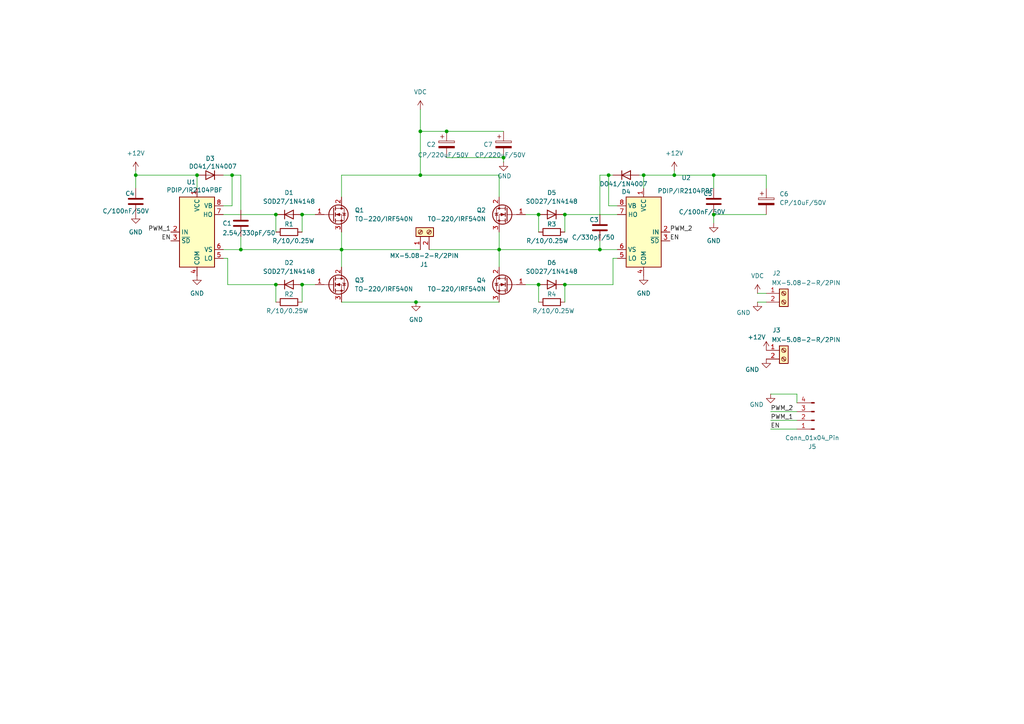
<source format=kicad_sch>
(kicad_sch (version 20231120) (generator "eeschema") (generator_version "8.0")
  (paper "A4")
  (lib_symbols
    (symbol "Connector:Conn_01x04_Pin" (pin_names (offset 1.016) hide)
      (property "Reference" "J" (at 0 5.08 0))
      (property "Value" "Conn_01x04_Pin" (at 0 -7.62 0))
      (symbol "Conn_01x04_Pin_1_1"
        (polyline (pts (xy 1.27 -5.08) (xy 0.8636 -5.08)) (stroke (width 0.1524)))
        (polyline (pts (xy 1.27 -2.54) (xy 0.8636 -2.54)) (stroke (width 0.1524)))
        (polyline (pts (xy 1.27 0) (xy 0.8636 0)) (stroke (width 0.1524)))
        (polyline (pts (xy 1.27 2.54) (xy 0.8636 2.54)) (stroke (width 0.1524)))
        (rectangle (start 0.8636 -4.953) (end 0 -5.207) (stroke (width 0.1524)) (fill (type outline)))
        (rectangle (start 0.8636 -2.413) (end 0 -2.667) (stroke (width 0.1524)) (fill (type outline)))
        (rectangle (start 0.8636 0.127) (end 0 -0.127) (stroke (width 0.1524)) (fill (type outline)))
        (rectangle (start 0.8636 2.667) (end 0 2.413) (stroke (width 0.1524)) (fill (type outline)))
        (pin passive line (at 5.08 2.54 180) (length 3.81) (name "Pin_1") (number "1"))
        (pin passive line (at 5.08 0 180) (length 3.81) (name "Pin_2") (number "2"))
        (pin passive line (at 5.08 -2.54 180) (length 3.81) (name "Pin_3") (number "3"))
        (pin passive line (at 5.08 -5.08 180) (length 3.81) (name "Pin_4") (number "4"))
      )
    )
    (symbol "Connector:Screw_Terminal_01x02" (pin_names (offset 1.016) hide)
      (property "Reference" "J" (at 0 2.54 0))
      (property "Value" "Screw_Terminal_01x02" (at 0 -5.08 0))
      (symbol "Screw_Terminal_01x02_1_1"
        (rectangle (start -1.27 1.27) (end 1.27 -3.81) (stroke (width 0.254)) (fill (type background)))
        (circle (center 0 -2.54) (radius 0.635) (stroke (width 0.1524)))
        (polyline (pts (xy -0.5334 -2.2098) (xy 0.3302 -3.048)) (stroke (width 0.1524)))
        (polyline (pts (xy -0.5334 0.3302) (xy 0.3302 -0.508)) (stroke (width 0.1524)))
        (polyline (pts (xy -0.3556 -2.032) (xy 0.508 -2.8702)) (stroke (width 0.1524)))
        (polyline (pts (xy -0.3556 0.508) (xy 0.508 -0.3302)) (stroke (width 0.1524)))
        (circle (center 0 0) (radius 0.635) (stroke (width 0.1524)))
        (pin passive line (at -5.08 0 0) (length 3.81) (name "Pin_1") (number "1"))
        (pin passive line (at -5.08 -2.54 0) (length 3.81) (name "Pin_2") (number "2"))
      )
    )
    (symbol "Device:C" (pin_numbers hide) (pin_names (offset 0.254))
      (property "Reference" "C" (at 0.635 2.54 0))
      (property "Value" "C" (at 0.635 -2.54 0))
      (symbol "C_0_1"
        (polyline (pts (xy -2.032 -0.762) (xy 2.032 -0.762)) (stroke (width 0.508)))
        (polyline (pts (xy -2.032 0.762) (xy 2.032 0.762)) (stroke (width 0.508)))
      )
      (symbol "C_1_1"
        (pin passive line (at 0 3.81 270) (length 2.794) (name "~") (number "1"))
        (pin passive line (at 0 -3.81 90) (length 2.794) (name "~") (number "2"))
      )
    )
    (symbol "Device:C_Polarized" (pin_numbers hide) (pin_names (offset 0.254))
      (property "Reference" "C" (at 0.635 2.54 0))
      (property "Value" "C_Polarized" (at 0.635 -2.54 0))
      (symbol "C_Polarized_0_1"
        (rectangle (start -2.286 0.508) (end 2.286 1.016))
        (polyline (pts (xy -1.778 2.286) (xy -0.762 2.286)))
        (polyline (pts (xy -1.27 2.794) (xy -1.27 1.778)))
        (rectangle (start 2.286 -0.508) (end -2.286 -1.016) (fill (type outline)))
      )
      (symbol "C_Polarized_1_1"
        (pin passive line (at 0 3.81 270) (length 2.794) (name "~") (number "1"))
        (pin passive line (at 0 -3.81 90) (length 2.794) (name "~") (number "2"))
      )
    )
    (symbol "Device:R" (pin_numbers hide) (pin_names (offset 0))
      (property "Reference" "R" (at 2.032 0 90))
      (property "Value" "R" (at 0 0 90))
      (symbol "R_0_1"
        (rectangle (start -1.016 -2.54) (end 1.016 2.54) (stroke (width 0.254)))
      )
      (symbol "R_1_1"
        (pin passive line (at 0 3.81 270) (length 1.27) (name "~") (number "1"))
        (pin passive line (at 0 -3.81 90) (length 1.27) (name "~") (number "2"))
      )
    )
    (symbol "Diode:1N4148" (pin_numbers hide) (pin_names hide)
      (property "Reference" "D" (at 0 2.54 0))
      (property "Value" "1N4148" (at 0 -2.54 0))
      (symbol "1N4148_0_1"
        (polyline (pts (xy -1.27 1.27) (xy -1.27 -1.27)) (stroke (width 0.254)))
        (polyline (pts (xy 1.27 0) (xy -1.27 0)))
        (polyline (pts (xy 1.27 1.27) (xy 1.27 -1.27) (xy -1.27 0) (xy 1.27 1.27)) (stroke (width 0.254)))
      )
      (symbol "1N4148_1_1"
        (pin passive line (at -3.81 0 0) (length 2.54) (name "K") (number "1"))
        (pin passive line (at 3.81 0 180) (length 2.54) (name "A") (number "2"))
      )
    )
    (symbol "Driver_FET:IR2104"
      (property "Reference" "U" (at 1.27 13.335 0))
      (property "Value" "IR2104" (at 1.27 11.43 0))
      (symbol "IR2104_0_1"
        (rectangle (start -5.08 -10.16) (end 5.08 10.16) (stroke (width 0.254)) (fill (type background)))
      )
      (symbol "IR2104_1_1"
        (pin power_in line (at 0 12.7 270) (length 2.54) (name "VCC") (number "1"))
        (pin input line (at -7.62 0 0) (length 2.54) (name "IN") (number "2"))
        (pin input line (at -7.62 -2.54 0) (length 2.54) (name "~{SD}") (number "3"))
        (pin power_in line (at 0 -12.7 90) (length 2.54) (name "COM") (number "4"))
        (pin output line (at 7.62 -7.62 180) (length 2.54) (name "LO") (number "5"))
        (pin passive line (at 7.62 -5.08 180) (length 2.54) (name "VS") (number "6"))
        (pin output line (at 7.62 5.08 180) (length 2.54) (name "HO") (number "7"))
        (pin passive line (at 7.62 7.62 180) (length 2.54) (name "VB") (number "8"))
      )
    )
    (symbol "Transistor_FET:IRF540N" (pin_names hide)
      (property "Reference" "Q" (at 5.08 1.905 0))
      (property "Value" "IRF540N" (at 5.08 0 0))
      (symbol "IRF540N_0_1"
        (polyline (pts (xy 0.254 0) (xy -2.54 0)))
        (polyline (pts (xy 0.254 1.905) (xy 0.254 -1.905)) (stroke (width 0.254)))
        (polyline (pts (xy 0.762 -1.27) (xy 0.762 -2.286)) (stroke (width 0.254)))
        (polyline (pts (xy 0.762 0.508) (xy 0.762 -0.508)) (stroke (width 0.254)))
        (polyline (pts (xy 0.762 2.286) (xy 0.762 1.27)) (stroke (width 0.254)))
        (polyline (pts (xy 2.54 2.54) (xy 2.54 1.778)))
        (polyline (pts (xy 2.54 -2.54) (xy 2.54 0) (xy 0.762 0)))
        (polyline (pts (xy 0.762 -1.778) (xy 3.302 -1.778) (xy 3.302 1.778) (xy 0.762 1.778)))
        (polyline (pts (xy 1.016 0) (xy 2.032 0.381) (xy 2.032 -0.381) (xy 1.016 0)) (fill (type outline)))
        (polyline (pts (xy 2.794 0.508) (xy 2.921 0.381) (xy 3.683 0.381) (xy 3.81 0.254)))
        (polyline (pts (xy 3.302 0.381) (xy 2.921 -0.254) (xy 3.683 -0.254) (xy 3.302 0.381)))
        (circle (center 1.651 0) (radius 2.794) (stroke (width 0.254)))
        (circle (center 2.54 -1.778) (radius 0.254) (fill (type outline)))
        (circle (center 2.54 1.778) (radius 0.254) (fill (type outline)))
      )
      (symbol "IRF540N_1_1"
        (pin input line (at -5.08 0 0) (length 2.54) (name "G") (number "1"))
        (pin passive line (at 2.54 5.08 270) (length 2.54) (name "D") (number "2"))
        (pin passive line (at 2.54 -5.08 90) (length 2.54) (name "S") (number "3"))
      )
    )
    (symbol "power:+12V" (power) (pin_numbers hide) (pin_names (offset 0) hide)
      (property "Value" "+12V" (at 0 3.556 0))
      (symbol "+12V_0_1"
        (polyline (pts (xy -0.762 1.27) (xy 0 2.54)))
        (polyline (pts (xy 0 0) (xy 0 2.54)))
        (polyline (pts (xy 0 2.54) (xy 0.762 1.27)))
      )
      (symbol "+12V_1_1"
        (pin power_in line (at 0 0 90) (length 0) (name "~") (number "1"))
      )
    )
    (symbol "power:GND" (power) (pin_numbers hide) (pin_names (offset 0) hide)
      (property "Value" "GND" (at 0 -3.81 0))
      (symbol "GND_0_1"
        (polyline (pts (xy 0 0) (xy 0 -1.27) (xy 1.27 -1.27) (xy 0 -2.54) (xy -1.27 -1.27) (xy 0 -1.27)))
      )
      (symbol "GND_1_1"
        (pin power_in line (at 0 0 270) (length 0) (name "~") (number "1"))
      )
    )
    (symbol "power:VDC" (power) (pin_numbers hide) (pin_names (offset 0) hide)
      (property "Value" "VDC" (at 0 3.556 0))
      (symbol "VDC_0_1"
        (polyline (pts (xy -0.762 1.27) (xy 0 2.54)))
        (polyline (pts (xy 0 0) (xy 0 2.54)))
        (polyline (pts (xy 0 2.54) (xy 0.762 1.27)))
      )
      (symbol "VDC_1_1"
        (pin power_in line (at 0 0 90) (length 0) (name "~") (number "1"))
      )
    )
  )
  (junction (at 176.53 50.8))
  (junction (at 156.21 62.23))
  (junction (at 57.15 50.8))
  (junction (at 207.01 62.23))
  (junction (at 207.01 50.8))
  (junction (at 129.54 38.1))
  (junction (at 121.92 50.8))
  (junction (at 186.69 50.8))
  (junction (at 156.21 82.55))
  (junction (at 80.01 62.23))
  (junction (at 120.65 87.63))
  (junction (at 163.83 62.23))
  (junction (at 144.78 72.39))
  (junction (at 87.63 62.23))
  (junction (at 173.99 72.39))
  (junction (at 146.05 45.72))
  (junction (at 67.31 50.8))
  (junction (at 163.83 82.55))
  (junction (at 195.58 50.8))
  (junction (at 87.63 82.55))
  (junction (at 121.92 38.1))
  (junction (at 80.01 82.55))
  (junction (at 39.37 50.8))
  (junction (at 69.85 72.39))
  (junction (at 99.06 72.39))
  (wire (pts (xy 163.83 62.23) (xy 163.83 67.31)))
  (wire (pts (xy 66.04 74.93) (xy 66.04 82.55)))
  (wire (pts (xy 99.06 50.8) (xy 99.06 57.15)))
  (wire (pts (xy 163.83 62.23) (xy 179.07 62.23)))
  (wire (pts (xy 156.21 82.55) (xy 152.4 82.55)))
  (wire (pts (xy 67.31 59.69) (xy 67.31 50.8)))
  (wire (pts (xy 87.63 62.23) (xy 87.63 67.31)))
  (wire (pts (xy 87.63 62.23) (xy 91.44 62.23)))
  (wire (pts (xy 222.25 54.61) (xy 222.25 50.8)))
  (wire (pts (xy 163.83 82.55) (xy 163.83 87.63)))
  (wire (pts (xy 39.37 50.8) (xy 39.37 54.61)))
  (wire (pts (xy 80.01 82.55) (xy 80.01 87.63)))
  (wire (pts (xy 231.14 114.3) (xy 231.14 116.84)))
  (wire (pts (xy 57.15 50.8) (xy 57.15 54.61)))
  (wire (pts (xy 177.8 82.55) (xy 163.83 82.55)))
  (wire (pts (xy 64.77 62.23) (xy 80.01 62.23)))
  (wire (pts (xy 177.8 74.93) (xy 177.8 82.55)))
  (wire (pts (xy 144.78 72.39) (xy 144.78 77.47)))
  (wire (pts (xy 69.85 72.39) (xy 99.06 72.39)))
  (wire (pts (xy 80.01 62.23) (xy 80.01 67.31)))
  (wire (pts (xy 121.92 31.75) (xy 121.92 38.1)))
  (wire (pts (xy 195.58 49.53) (xy 195.58 50.8)))
  (wire (pts (xy 173.99 72.39) (xy 144.78 72.39)))
  (wire (pts (xy 69.85 68.58) (xy 69.85 72.39)))
  (wire (pts (xy 87.63 82.55) (xy 91.44 82.55)))
  (wire (pts (xy 129.54 38.1) (xy 146.05 38.1)))
  (wire (pts (xy 156.21 82.55) (xy 156.21 87.63)))
  (wire (pts (xy 156.21 62.23) (xy 156.21 67.31)))
  (wire (pts (xy 185.42 50.8) (xy 186.69 50.8)))
  (wire (pts (xy 64.77 50.8) (xy 67.31 50.8)))
  (wire (pts (xy 120.65 87.63) (xy 144.78 87.63)))
  (wire (pts (xy 66.04 82.55) (xy 80.01 82.55)))
  (wire (pts (xy 39.37 50.8) (xy 57.15 50.8)))
  (wire (pts (xy 195.58 50.8) (xy 207.01 50.8)))
  (wire (pts (xy 179.07 72.39) (xy 173.99 72.39)))
  (wire (pts (xy 129.54 45.72) (xy 146.05 45.72)))
  (wire (pts (xy 223.52 119.38) (xy 231.14 119.38)))
  (wire (pts (xy 207.01 50.8) (xy 222.25 50.8)))
  (wire (pts (xy 222.25 85.09) (xy 219.71 85.09)))
  (wire (pts (xy 195.58 50.8) (xy 186.69 50.8)))
  (wire (pts (xy 176.53 59.69) (xy 176.53 50.8)))
  (wire (pts (xy 179.07 59.69) (xy 176.53 59.69)))
  (wire (pts (xy 176.53 50.8) (xy 173.99 50.8)))
  (wire (pts (xy 186.69 50.8) (xy 186.69 54.61)))
  (wire (pts (xy 99.06 72.39) (xy 99.06 77.47)))
  (wire (pts (xy 39.37 49.53) (xy 39.37 50.8)))
  (wire (pts (xy 173.99 50.8) (xy 173.99 62.23)))
  (wire (pts (xy 173.99 69.85) (xy 173.99 72.39)))
  (wire (pts (xy 223.52 124.46) (xy 231.14 124.46)))
  (wire (pts (xy 99.06 72.39) (xy 121.92 72.39)))
  (wire (pts (xy 156.21 62.23) (xy 152.4 62.23)))
  (wire (pts (xy 219.71 87.63) (xy 222.25 87.63)))
  (wire (pts (xy 121.92 50.8) (xy 144.78 50.8)))
  (wire (pts (xy 144.78 50.8) (xy 144.78 57.15)))
  (wire (pts (xy 223.52 121.92) (xy 231.14 121.92)))
  (wire (pts (xy 207.01 50.8) (xy 207.01 54.61)))
  (wire (pts (xy 99.06 50.8) (xy 121.92 50.8)))
  (wire (pts (xy 64.77 74.93) (xy 66.04 74.93)))
  (wire (pts (xy 121.92 38.1) (xy 129.54 38.1)))
  (wire (pts (xy 124.46 72.39) (xy 144.78 72.39)))
  (wire (pts (xy 64.77 72.39) (xy 69.85 72.39)))
  (wire (pts (xy 69.85 50.8) (xy 69.85 60.96)))
  (wire (pts (xy 207.01 64.77) (xy 207.01 62.23)))
  (wire (pts (xy 87.63 82.55) (xy 87.63 87.63)))
  (wire (pts (xy 144.78 67.31) (xy 144.78 72.39)))
  (wire (pts (xy 121.92 38.1) (xy 121.92 50.8)))
  (wire (pts (xy 146.05 46.99) (xy 146.05 45.72)))
  (wire (pts (xy 177.8 50.8) (xy 176.53 50.8)))
  (wire (pts (xy 64.77 59.69) (xy 67.31 59.69)))
  (wire (pts (xy 207.01 62.23) (xy 222.25 62.23)))
  (wire (pts (xy 67.31 50.8) (xy 69.85 50.8)))
  (wire (pts (xy 99.06 67.31) (xy 99.06 72.39)))
  (wire (pts (xy 179.07 74.93) (xy 177.8 74.93)))
  (wire (pts (xy 223.52 114.3) (xy 231.14 114.3)))
  (wire (pts (xy 99.06 87.63) (xy 120.65 87.63)))
  (label "EN" (at 223.52 124.46 0))
  (label "EN" (at 194.31 69.85 0))
  (label "EN" (at 49.53 69.85 180))
  (label "PWM_1" (at 223.52 121.92 0))
  (label "PWM_2" (at 194.31 67.31 0))
  (label "PWM_1" (at 49.53 67.31 180))
  (label "PWM_2" (at 223.52 119.38 0))
  (symbol (lib_id "Diode:1N4148") (at 181.61 50.8 0) (unit 1)
    (property "Reference" "D4" (at 181.61 55.626 0))
    (property "Value" "DO41/1N4007" (at 180.848 53.34 0))
    (property "Footprint" "Diode_THT:D_DO-201AE_P5.08mm_Vertical_AnodeUp" (effects (hide yes)))
    (property "Datasheet" "https://assets.nexperia.com/documents/data-sheet/1N4148_1N4448.pdf" (effects (hide yes)))
    (property "Description" "100V 0.15A standard switching diode, DO-35" (effects (hide yes)))
    (property "Sim.Device" "D" (effects (hide yes)))
    (property "Sim.Pins" "1=K 2=A" (effects (hide yes)))
  )
  (symbol (lib_id "Driver_FET:IR2104") (at 57.15 67.31 0) (unit 1)
    (property "Reference" "U1" (at 54.102 52.832 0) (effects (justify left)))
    (property "Value" "PDIP/IR2104PBF" (at 48.26 55.118 0) (effects (justify left)))
    (property "Footprint" "Package_DIP:DIP-8_W7.62mm" (effects (hide yes)))
    (property "Datasheet" "https://www.infineon.com/dgdl/ir2104.pdf?fileId=5546d462533600a4015355c7c1c31671" (effects (hide yes)))
    (property "Description" "Half-Bridge Driver, 600V, 210/360mA, PDIP-8/SOIC-8" (effects (hide yes)))
  )
  (symbol (lib_id "power:VDC") (at 121.92 31.75 0) (unit 1)
    (property "Reference" "#PWR04" (effects (hide yes)))
    (property "Value" "VDC" (at 121.92 26.67 0))
    (property "Description" "Power symbol creates a global label with name \"VDC\"" (effects (hide yes)))
  )
  (symbol (lib_id "Diode:1N4148") (at 60.96 50.8 180) (unit 1)
    (property "Reference" "D3" (at 60.96 45.974 0))
    (property "Value" "DO41/1N4007" (at 61.722 48.26 0))
    (property "Footprint" "Diode_THT:D_DO-201AE_P5.08mm_Vertical_AnodeUp" (effects (hide yes)))
    (property "Datasheet" "https://assets.nexperia.com/documents/data-sheet/1N4148_1N4448.pdf" (effects (hide yes)))
    (property "Description" "100V 0.15A standard switching diode, DO-35" (effects (hide yes)))
    (property "Sim.Device" "D" (effects (hide yes)))
    (property "Sim.Pins" "1=K 2=A" (effects (hide yes)))
  )
  (symbol (lib_id "power:GND") (at 57.15 80.01 0) (unit 1)
    (property "Reference" "#PWR02" (effects (hide yes)))
    (property "Value" "GND" (at 57.15 85.09 0))
    (property "Description" "Power symbol creates a global label with name \"GND\" , ground" (effects (hide yes)))
  )
  (symbol (lib_id "Device:C_Polarized") (at 222.25 58.42 0) (unit 1)
    (property "Reference" "C6" (at 226.06 56.2609 0) (effects (justify left)))
    (property "Value" "CP/10uF/50V" (at 226.06 58.8009 0) (effects (justify left)))
    (property "Footprint" "Capacitor_THT:CP_Radial_D5.0mm_P2.00mm" (effects (hide yes)))
    (property "Description" "Polarized capacitor" (effects (hide yes)))
  )
  (symbol (lib_id "Diode:1N4148") (at 83.82 82.55 0) (unit 1)
    (property "Reference" "D2" (at 83.82 76.2 0))
    (property "Value" "SOD27/1N4148" (at 83.82 78.74 0))
    (property "Footprint" "Diode_THT:D_DO-35_SOD27_P7.62mm_Horizontal" (effects (hide yes)))
    (property "Datasheet" "https://assets.nexperia.com/documents/data-sheet/1N4148_1N4448.pdf" (effects (hide yes)))
    (property "Description" "100V 0.15A standard switching diode, DO-35" (effects (hide yes)))
    (property "Sim.Device" "D" (effects (hide yes)))
    (property "Sim.Pins" "1=K 2=A" (effects (hide yes)))
  )
  (symbol (lib_id "Device:C") (at 173.99 66.04 0) (unit 1)
    (property "Reference" "C3" (at 170.942 63.754 0) (effects (justify left)))
    (property "Value" "C/330pF/50" (at 165.862 68.834 0) (effects (justify left)))
    (property "Footprint" "Capacitor_THT:C_Disc_D3.4mm_W2.1mm_P2.50mm" (effects (hide yes)))
    (property "Description" "Unpolarized capacitor" (effects (hide yes)))
  )
  (symbol (lib_id "Device:C") (at 39.37 58.42 0) (unit 1)
    (property "Reference" "C4" (at 36.322 56.134 0) (effects (justify left)))
    (property "Value" "C/100nF/50V" (at 29.718 61.214 0) (effects (justify left)))
    (property "Footprint" "Capacitor_THT:C_Disc_D3.4mm_W2.1mm_P2.50mm" (effects (hide yes)))
    (property "Description" "Unpolarized capacitor" (effects (hide yes)))
  )
  (symbol (lib_id "Device:R") (at 83.82 87.63 90) (unit 1)
    (property "Reference" "R2" (at 83.82 85.344 90))
    (property "Value" "R/10/0.25W" (at 83.312 90.17 90))
    (property "Footprint" "Resistor_THT:R_Axial_DIN0204_L3.6mm_D1.6mm_P2.54mm_Vertical" (effects (hide yes)))
    (property "Description" "Resistor" (effects (hide yes)))
  )
  (symbol (lib_id "Diode:1N4148") (at 83.82 62.23 0) (unit 1)
    (property "Reference" "D1" (at 83.82 55.88 0))
    (property "Value" "SOD27/1N4148" (at 83.82 58.42 0))
    (property "Footprint" "Diode_THT:D_DO-35_SOD27_P7.62mm_Horizontal" (effects (hide yes)))
    (property "Datasheet" "https://assets.nexperia.com/documents/data-sheet/1N4148_1N4448.pdf" (effects (hide yes)))
    (property "Description" "100V 0.15A standard switching diode, DO-35" (effects (hide yes)))
    (property "Sim.Device" "D" (effects (hide yes)))
    (property "Sim.Pins" "1=K 2=A" (effects (hide yes)))
  )
  (symbol (lib_id "Device:C") (at 69.85 64.77 0) (unit 1)
    (property "Reference" "C1" (at 64.516 64.77 0) (effects (justify left)))
    (property "Value" "2.54/330pF/50" (at 64.516 67.564 0) (effects (justify left)))
    (property "Footprint" "Capacitor_THT:C_Disc_D3.4mm_W2.1mm_P2.50mm" (effects (hide yes)))
    (property "Description" "Unpolarized capacitor" (effects (hide yes)))
  )
  (symbol (lib_id "power:GND") (at 146.05 46.99 0) (unit 1)
    (property "Reference" "#PWR05" (effects (hide yes)))
    (property "Value" "GND" (at 146.304 51.054 0))
    (property "Description" "Power symbol creates a global label with name \"GND\" , ground" (effects (hide yes)))
  )
  (symbol (lib_id "Connector:Screw_Terminal_01x02") (at 121.92 67.31 90) (unit 1)
    (property "Reference" "J1" (at 124.206 76.708 90) (effects (justify left)))
    (property "Value" "MX-5.08-2-R/2PIN" (at 133.096 74.168 90) (effects (justify left)))
    (property "Footprint" "Connector_Phoenix_MSTB:PhoenixContact_MSTBA_2,5_2-G-5,08_1x02_P5.08mm_Horizontal" (effects (hide yes)))
    (property "Description" "Generic screw terminal, single row, 01x02, script generated (kicad-library-utils/schlib/autogen/connector/)" (effects (hide yes)))
  )
  (symbol (lib_id "power:GND") (at 39.37 62.23 0) (unit 1)
    (property "Reference" "#PWR010" (effects (hide yes)))
    (property "Value" "GND" (at 39.37 67.31 0))
    (property "Description" "Power symbol creates a global label with name \"GND\" , ground" (effects (hide yes)))
  )
  (symbol (lib_id "Device:R") (at 160.02 87.63 270) (mirror x) (unit 1)
    (property "Reference" "R4" (at 160.02 85.344 90))
    (property "Value" "R/10/0.25W" (at 160.528 90.17 90))
    (property "Footprint" "Resistor_THT:R_Axial_DIN0204_L3.6mm_D1.6mm_P2.54mm_Vertical" (effects (hide yes)))
    (property "Description" "Resistor" (effects (hide yes)))
  )
  (symbol (lib_id "Connector:Screw_Terminal_01x02") (at 227.33 85.09 0) (unit 1)
    (property "Reference" "J2" (at 224.028 79.248 0) (effects (justify left)))
    (property "Value" "MX-5.08-2-R/2PIN" (at 223.774 82.042 0) (effects (justify left)))
    (property "Footprint" "Connector_Phoenix_MSTB:PhoenixContact_MSTBA_2,5_2-G-5,08_1x02_P5.08mm_Horizontal" (effects (hide yes)))
    (property "Description" "Generic screw terminal, single row, 01x02, script generated (kicad-library-utils/schlib/autogen/connector/)" (effects (hide yes)))
  )
  (symbol (lib_id "Transistor_FET:IRF540N") (at 96.52 62.23 0) (unit 1)
    (property "Reference" "Q1" (at 102.87 60.9599 0) (effects (justify left)))
    (property "Value" "TO-220/IRF540N" (at 102.87 63.4999 0) (effects (justify left)))
    (property "Footprint" "MinhDfm:TO-220-3_Vertical_Heatsink" (effects (hide yes)))
    (property "Datasheet" "http://www.irf.com/product-info/datasheets/data/irf540n.pdf" (effects (hide yes)))
    (property "Description" "33A Id, 100V Vds, HEXFET N-Channel MOSFET, TO-220" (effects (hide yes)))
  )
  (symbol (lib_id "power:VDC") (at 219.71 85.09 0) (unit 1)
    (property "Reference" "#PWR08" (effects (hide yes)))
    (property "Value" "VDC" (at 219.71 80.01 0))
    (property "Description" "Power symbol creates a global label with name \"VDC\"" (effects (hide yes)))
  )
  (symbol (lib_id "Device:R") (at 83.82 67.31 90) (unit 1)
    (property "Reference" "R1" (at 83.82 65.024 90))
    (property "Value" "R/10/0.25W" (at 85.09 69.85 90))
    (property "Footprint" "Resistor_THT:R_Axial_DIN0204_L3.6mm_D1.6mm_P2.54mm_Vertical" (effects (hide yes)))
    (property "Description" "Resistor" (effects (hide yes)))
  )
  (symbol (lib_id "Connector:Conn_01x04_Pin") (at 236.22 121.92 180) (unit 1)
    (property "Reference" "J5" (at 235.585 129.54 0))
    (property "Value" "Conn_01x04_Pin" (at 235.585 127 0))
    (property "Footprint" "Connector_PinHeader_2.54mm:PinHeader_1x04_P2.54mm_Vertical" (effects (hide yes)))
    (property "Description" "Generic connector, single row, 01x04, script generated" (effects (hide yes)))
  )
  (symbol (lib_id "power:GND") (at 120.65 87.63 0) (unit 1)
    (property "Reference" "#PWR03" (effects (hide yes)))
    (property "Value" "GND" (at 120.65 92.71 0))
    (property "Description" "Power symbol creates a global label with name \"GND\" , ground" (effects (hide yes)))
  )
  (symbol (lib_id "Transistor_FET:IRF540N") (at 147.32 82.55 0) (mirror y) (unit 1)
    (property "Reference" "Q4" (at 140.97 81.2799 0) (effects (justify left)))
    (property "Value" "TO-220/IRF540N" (at 140.97 83.8199 0) (effects (justify left)))
    (property "Footprint" "MinhDfm:TO-220-3_Vertical_Heatsink" (effects (hide yes)))
    (property "Datasheet" "http://www.irf.com/product-info/datasheets/data/irf540n.pdf" (effects (hide yes)))
    (property "Description" "33A Id, 100V Vds, HEXFET N-Channel MOSFET, TO-220" (effects (hide yes)))
  )
  (symbol (lib_id "Device:C") (at 207.01 58.42 0) (unit 1)
    (property "Reference" "C5" (at 203.962 56.134 0) (effects (justify left)))
    (property "Value" "C/100nF/50V" (at 196.85 61.468 0) (effects (justify left)))
    (property "Footprint" "Capacitor_THT:C_Disc_D3.4mm_W2.1mm_P2.50mm" (effects (hide yes)))
    (property "Description" "Unpolarized capacitor" (effects (hide yes)))
  )
  (symbol (lib_id "power:+12V") (at 195.58 49.53 0) (mirror y) (unit 1)
    (property "Reference" "#PWR06" (effects (hide yes)))
    (property "Value" "+12V" (at 195.58 44.45 0))
    (property "Description" "Power symbol creates a global label with name \"+12V\"" (effects (hide yes)))
  )
  (symbol (lib_id "Diode:1N4148") (at 160.02 62.23 0) (mirror y) (unit 1)
    (property "Reference" "D5" (at 160.02 55.88 0))
    (property "Value" "SOD27/1N4148" (at 160.02 58.42 0))
    (property "Footprint" "Diode_THT:D_DO-35_SOD27_P7.62mm_Horizontal" (effects (hide yes)))
    (property "Datasheet" "https://assets.nexperia.com/documents/data-sheet/1N4148_1N4448.pdf" (effects (hide yes)))
    (property "Description" "100V 0.15A standard switching diode, DO-35" (effects (hide yes)))
    (property "Sim.Device" "D" (effects (hide yes)))
    (property "Sim.Pins" "1=K 2=A" (effects (hide yes)))
  )
  (symbol (lib_id "power:GND") (at 222.25 104.14 0) (unit 1)
    (property "Reference" "#PWR012" (effects (hide yes)))
    (property "Value" "GND" (at 218.186 107.188 0))
    (property "Description" "Power symbol creates a global label with name \"GND\" , ground" (effects (hide yes)))
  )
  (symbol (lib_id "Diode:1N4148") (at 160.02 82.55 0) (mirror y) (unit 1)
    (property "Reference" "D6" (at 160.02 76.2 0))
    (property "Value" "SOD27/1N4148" (at 160.02 78.74 0))
    (property "Footprint" "Diode_THT:D_DO-35_SOD27_P7.62mm_Horizontal" (effects (hide yes)))
    (property "Datasheet" "https://assets.nexperia.com/documents/data-sheet/1N4148_1N4448.pdf" (effects (hide yes)))
    (property "Description" "100V 0.15A standard switching diode, DO-35" (effects (hide yes)))
    (property "Sim.Device" "D" (effects (hide yes)))
    (property "Sim.Pins" "1=K 2=A" (effects (hide yes)))
  )
  (symbol (lib_id "power:GND") (at 223.52 114.3 0) (unit 1)
    (property "Reference" "#PWR014" (effects (hide yes)))
    (property "Value" "GND" (at 219.456 117.348 0))
    (property "Description" "Power symbol creates a global label with name \"GND\" , ground" (effects (hide yes)))
  )
  (symbol (lib_id "power:GND") (at 186.69 80.01 0) (mirror y) (unit 1)
    (property "Reference" "#PWR07" (effects (hide yes)))
    (property "Value" "GND" (at 186.69 85.09 0))
    (property "Description" "Power symbol creates a global label with name \"GND\" , ground" (effects (hide yes)))
  )
  (symbol (lib_id "power:+12V") (at 222.25 101.6 0) (unit 1)
    (property "Reference" "#PWR013" (effects (hide yes)))
    (property "Value" "+12V" (at 219.456 97.79 0))
    (property "Description" "Power symbol creates a global label with name \"+12V\"" (effects (hide yes)))
  )
  (symbol (lib_id "Device:C_Polarized") (at 129.54 41.91 0) (unit 1)
    (property "Reference" "C2" (at 123.698 41.91 0) (effects (justify left)))
    (property "Value" "CP/220uF/50V" (at 121.158 44.958 0) (effects (justify left)))
    (property "Footprint" "Capacitor_THT:CP_Radial_D10.0mm_P5.00mm" (effects (hide yes)))
    (property "Description" "Polarized capacitor" (effects (hide yes)))
  )
  (symbol (lib_id "Transistor_FET:IRF540N") (at 147.32 62.23 0) (mirror y) (unit 1)
    (property "Reference" "Q2" (at 140.97 60.9599 0) (effects (justify left)))
    (property "Value" "TO-220/IRF540N" (at 140.97 63.4999 0) (effects (justify left)))
    (property "Footprint" "MinhDfm:TO-220-3_Vertical_Heatsink" (effects (hide yes)))
    (property "Datasheet" "http://www.irf.com/product-info/datasheets/data/irf540n.pdf" (effects (hide yes)))
    (property "Description" "33A Id, 100V Vds, HEXFET N-Channel MOSFET, TO-220" (effects (hide yes)))
  )
  (symbol (lib_id "Device:R") (at 160.02 67.31 270) (mirror x) (unit 1)
    (property "Reference" "R3" (at 160.02 65.024 90))
    (property "Value" "R/10/0.25W" (at 158.75 69.85 90))
    (property "Footprint" "Resistor_THT:R_Axial_DIN0204_L3.6mm_D1.6mm_P2.54mm_Vertical" (effects (hide yes)))
    (property "Description" "Resistor" (effects (hide yes)))
  )
  (symbol (lib_id "Transistor_FET:IRF540N") (at 96.52 82.55 0) (unit 1)
    (property "Reference" "Q3" (at 102.87 81.2799 0) (effects (justify left)))
    (property "Value" "TO-220/IRF540N" (at 102.87 83.8199 0) (effects (justify left)))
    (property "Footprint" "MinhDfm:TO-220-3_Vertical_Heatsink" (effects (hide yes)))
    (property "Datasheet" "http://www.irf.com/product-info/datasheets/data/irf540n.pdf" (effects (hide yes)))
    (property "Description" "33A Id, 100V Vds, HEXFET N-Channel MOSFET, TO-220" (effects (hide yes)))
  )
  (symbol (lib_id "power:GND") (at 207.01 64.77 0) (unit 1)
    (property "Reference" "#PWR011" (effects (hide yes)))
    (property "Value" "GND" (at 207.01 69.85 0))
    (property "Description" "Power symbol creates a global label with name \"GND\" , ground" (effects (hide yes)))
  )
  (symbol (lib_id "Driver_FET:IR2104") (at 186.69 67.31 0) (mirror y) (unit 1)
    (property "Reference" "U2" (at 200.406 51.562 0) (effects (justify left)))
    (property "Value" "PDIP/IR2104PBF" (at 207.01 55.372 0) (effects (justify left)))
    (property "Footprint" "Package_DIP:DIP-8_W7.62mm" (effects (hide yes)))
    (property "Datasheet" "https://www.infineon.com/dgdl/ir2104.pdf?fileId=5546d462533600a4015355c7c1c31671" (effects (hide yes)))
    (property "Description" "Half-Bridge Driver, 600V, 210/360mA, PDIP-8/SOIC-8" (effects (hide yes)))
  )
  (symbol (lib_id "Device:C_Polarized") (at 146.05 41.91 0) (unit 1)
    (property "Reference" "C7" (at 140.208 41.91 0) (effects (justify left)))
    (property "Value" "CP/220uF/50V" (at 137.668 44.958 0) (effects (justify left)))
    (property "Footprint" "Capacitor_THT:CP_Radial_D10.0mm_P5.00mm" (effects (hide yes)))
    (property "Description" "Polarized capacitor" (effects (hide yes)))
  )
  (symbol (lib_id "Connector:Screw_Terminal_01x02") (at 227.33 101.6 0) (unit 1)
    (property "Reference" "J3" (at 224.028 95.758 0) (effects (justify left)))
    (property "Value" "MX-5.08-2-R/2PIN" (at 223.774 98.552 0) (effects (justify left)))
    (property "Footprint" "Connector_Phoenix_MSTB:PhoenixContact_MSTBA_2,5_2-G-5,08_1x02_P5.08mm_Horizontal" (effects (hide yes)))
    (property "Description" "Generic screw terminal, single row, 01x02, script generated (kicad-library-utils/schlib/autogen/connector/)" (effects (hide yes)))
  )
  (symbol (lib_id "power:+12V") (at 39.37 49.53 0) (unit 1)
    (property "Reference" "#PWR01" (effects (hide yes)))
    (property "Value" "+12V" (at 39.37 44.45 0))
    (property "Description" "Power symbol creates a global label with name \"+12V\"" (effects (hide yes)))
  )
  (symbol (lib_id "power:GND") (at 219.71 87.63 0) (unit 1)
    (property "Reference" "#PWR09" (effects (hide yes)))
    (property "Value" "GND" (at 215.646 90.678 0))
    (property "Description" "Power symbol creates a global label with name \"GND\" , ground" (effects (hide yes)))
  )
)
</source>
